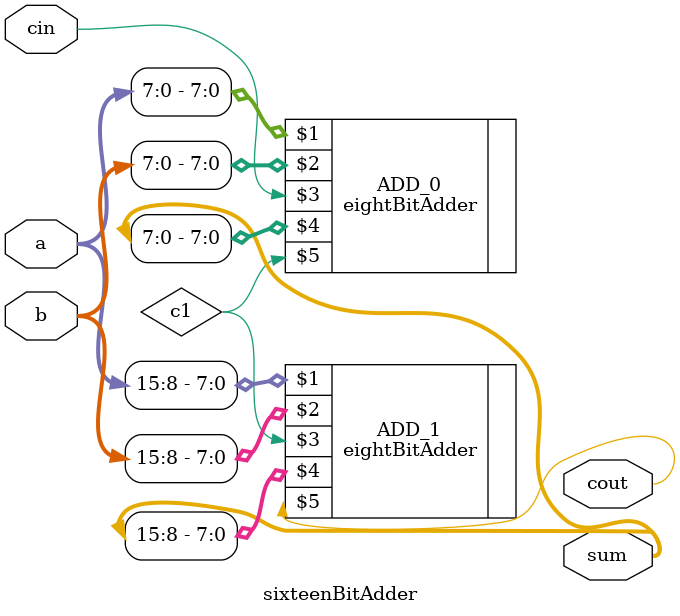
<source format=v>
`include "eightBitAdder.v"

module sixteenBitAdder (a, b, cin, sum, cout);

input [15:0] a, b;
input cin;

output [15:0] sum;
output cout;

wire c1;

eightBitAdder ADD_0 (a[7:0], b[7:0], cin, sum[7:0], c1);
eightBitAdder ADD_1 (a[15:8], b[15:8], c1, sum[15:8], cout);

endmodule


</source>
